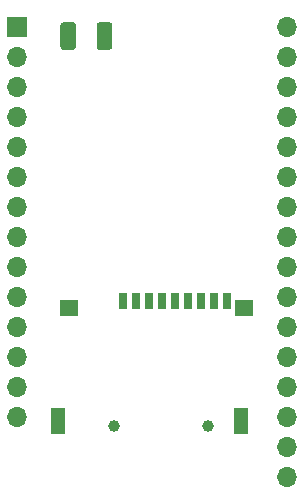
<source format=gbr>
%TF.GenerationSoftware,KiCad,Pcbnew,(5.1.10)-1*%
%TF.CreationDate,2021-07-24T14:48:27+02:00*%
%TF.ProjectId,esp32,65737033-322e-46b6-9963-61645f706362,rev?*%
%TF.SameCoordinates,Original*%
%TF.FileFunction,Soldermask,Bot*%
%TF.FilePolarity,Negative*%
%FSLAX46Y46*%
G04 Gerber Fmt 4.6, Leading zero omitted, Abs format (unit mm)*
G04 Created by KiCad (PCBNEW (5.1.10)-1) date 2021-07-24 14:48:27*
%MOMM*%
%LPD*%
G01*
G04 APERTURE LIST*
%ADD10R,1.600000X1.400000*%
%ADD11R,1.200000X2.200000*%
%ADD12C,1.000000*%
%ADD13R,0.700000X1.400000*%
%ADD14R,1.700000X1.700000*%
%ADD15O,1.700000X1.700000*%
G04 APERTURE END LIST*
D10*
%TO.C,J1*%
X105565000Y-89822000D03*
D11*
X105315000Y-99422000D03*
X89815000Y-99422000D03*
D10*
X90715000Y-89822000D03*
D12*
X102515000Y-99822000D03*
X94515000Y-99822000D03*
D13*
X104115000Y-89222000D03*
X103015000Y-89222000D03*
X101915000Y-89222000D03*
X100815000Y-89222000D03*
X99715000Y-89222000D03*
X98615000Y-89222000D03*
X97515000Y-89222000D03*
X96415000Y-89222000D03*
X95315000Y-89222000D03*
%TD*%
D14*
%TO.C,J4*%
X86360000Y-66040000D03*
D15*
X86360000Y-68580000D03*
X86360000Y-71120000D03*
X86360000Y-73660000D03*
X86360000Y-76200000D03*
X86360000Y-78740000D03*
X86360000Y-81280000D03*
X86360000Y-83820000D03*
X86360000Y-86360000D03*
X86360000Y-88900000D03*
X86360000Y-91440000D03*
X86360000Y-93980000D03*
X86360000Y-96520000D03*
X86360000Y-99060000D03*
X109220000Y-104140000D03*
X109220000Y-101600000D03*
X109220000Y-99060000D03*
X109220000Y-96520000D03*
X109220000Y-93980000D03*
X109220000Y-91440000D03*
X109220000Y-88900000D03*
X109220000Y-86360000D03*
X109220000Y-83820000D03*
X109220000Y-81280000D03*
X109220000Y-78740000D03*
X109220000Y-76200000D03*
X109220000Y-73660000D03*
X109220000Y-71120000D03*
X109220000Y-68580000D03*
X109220000Y-66040000D03*
%TD*%
%TO.C,C1*%
G36*
G01*
X90002000Y-67727001D02*
X90002000Y-65876999D01*
G75*
G02*
X90251999Y-65627000I249999J0D01*
G01*
X91077001Y-65627000D01*
G75*
G02*
X91327000Y-65876999I0J-249999D01*
G01*
X91327000Y-67727001D01*
G75*
G02*
X91077001Y-67977000I-249999J0D01*
G01*
X90251999Y-67977000D01*
G75*
G02*
X90002000Y-67727001I0J249999D01*
G01*
G37*
G36*
G01*
X93077000Y-67727001D02*
X93077000Y-65876999D01*
G75*
G02*
X93326999Y-65627000I249999J0D01*
G01*
X94152001Y-65627000D01*
G75*
G02*
X94402000Y-65876999I0J-249999D01*
G01*
X94402000Y-67727001D01*
G75*
G02*
X94152001Y-67977000I-249999J0D01*
G01*
X93326999Y-67977000D01*
G75*
G02*
X93077000Y-67727001I0J249999D01*
G01*
G37*
%TD*%
M02*

</source>
